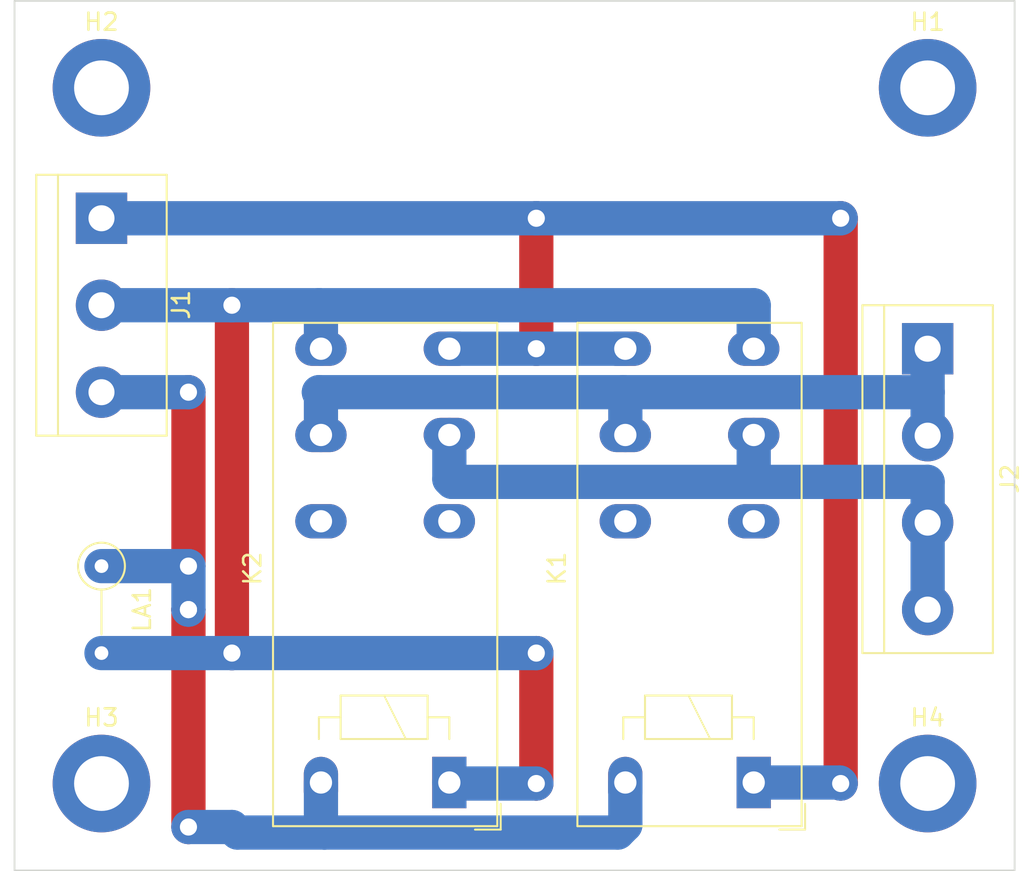
<source format=kicad_pcb>
(kicad_pcb (version 20240108) (generator "pcbnew") (generator_version "8.0")
  (layers (0 "F.Cu" signal) (31 "B.Cu" signal) (34 "B.Paste" user) (35 "F.Paste" user) (36 "B.SilkS" user "B.Silkscreen") (37 "F.SilkS" user "F.Silkscreen") (38 "B.Mask" user) (39 "F.Mask" user) (44 "Edge.Cuts" user))
  (net 0 "")
  (net 1 "/L1_OR_R3_IN")
  (net 2 "/N_IN")
  (net 3 "/E")
  (net 4 "/L1_OR_R3")
  (net 5 "/N")
  (footprint "Relay_THT:Relay_DPDT_Schrack-RT2-FormC_RM5mm" (layer "F.Cu") (at 86.36 81.22 90)
    (property "Reference" "K1" (at 12.5 -11.5 90) (layer "F.SilkS"))
    (property "Value" "RT424730")
    (fp_line (start 26.85 -10.3) (end -2.55 -10.3) (stroke (width 0.12)) (layer "F.SilkS"))
    (fp_line (start -2.55 -10.3) (end -2.55 2.8) (stroke (width 0.12)) (layer "F.SilkS"))
    (fp_line (start 3.81 -7.62) (end 2.54 -7.62) (stroke (width 0.12)) (layer "F.SilkS"))
    (fp_line (start 5.08 -6.35) (end 2.54 -6.35) (stroke (width 0.12)) (layer "F.SilkS"))
    (fp_line (start 3.81 -6.35) (end 3.81 -7.62) (stroke (width 0.12)) (layer "F.SilkS"))
    (fp_line (start 2.54 -6.35) (end 2.54 -1.27) (stroke (width 0.12)) (layer "F.SilkS"))
    (fp_line (start 2.54 -2.54) (end 5.08 -3.81) (stroke (width 0.1)) (layer "F.SilkS"))
    (fp_line (start 5.08 -1.27) (end 5.08 -6.35) (stroke (width 0.12)) (layer "F.SilkS"))
    (fp_line (start 3.81 -1.27) (end 5.08 -1.27) (stroke (width 0.12)) (layer "F.SilkS"))
    (fp_line (start 2.54 -1.27) (end 3.81 -1.27) (stroke (width 0.12)) (layer "F.SilkS"))
    (fp_line (start 3.81 0) (end 3.81 -1.27) (stroke (width 0.12)) (layer "F.SilkS"))
    (fp_line (start 2.54 0) (end 3.81 0) (stroke (width 0.12)) (layer "F.SilkS"))
    (fp_line (start -2.75 1.5) (end -2.75 3) (stroke (width 0.12)) (layer "F.SilkS"))
    (fp_line (start 26.85 2.8) (end 26.85 -10.3) (stroke (width 0.12)) (layer "F.SilkS"))
    (fp_line (start -2.55 2.8) (end 26.85 2.8) (stroke (width 0.12)) (layer "F.SilkS"))
    (fp_line (start -2.75 3) (end -1.25 3) (stroke (width 0.12)) (layer "F.SilkS"))
    (pad "11" thru_hole oval (at 20.3 0 270) (size 2 3) (drill 1.3) (layers "*.Cu" "*.Mask" "In1.Cu" "In2.Cu" "In3.Cu" "In4.Cu" "In5.Cu" "In6.Cu" "In7.Cu" "In8.Cu" "In9.Cu" "In10.Cu" "In11.Cu" "In12.Cu" "In13.Cu" "In14.Cu" "In15.Cu" "In16.Cu" "In17.Cu" "In18.Cu" "In19.Cu" "In20.Cu" "In21.Cu" "In22.Cu" "In23.Cu" "In24.Cu" "In25.Cu" "In26.Cu" "In27.Cu" "In28.Cu" "In29.Cu" "In30.Cu") (net 5 "/N"))
    (pad "12" thru_hole oval (at 15.26 0 270) (size 2 3) (drill 1.3) (layers "*.Cu" "*.Mask" "In1.Cu" "In2.Cu" "In3.Cu" "In4.Cu" "In5.Cu" "In6.Cu" "In7.Cu" "In8.Cu" "In9.Cu" "In10.Cu" "In11.Cu" "In12.Cu" "In13.Cu" "In14.Cu" "In15.Cu" "In16.Cu" "In17.Cu" "In18.Cu" "In19.Cu" "In20.Cu" "In21.Cu" "In22.Cu" "In23.Cu" "In24.Cu" "In25.Cu" "In26.Cu" "In27.Cu" "In28.Cu" "In29.Cu" "In30.Cu"))
    (pad "14" thru_hole oval (at 25.34 0 270) (size 2 3) (drill 1.3) (layers "*.Cu" "*.Mask" "In1.Cu" "In2.Cu" "In3.Cu" "In4.Cu" "In5.Cu" "In6.Cu" "In7.Cu" "In8.Cu" "In9.Cu" "In10.Cu" "In11.Cu" "In12.Cu" "In13.Cu" "In14.Cu" "In15.Cu" "In16.Cu" "In17.Cu" "In18.Cu" "In19.Cu" "In20.Cu" "In21.Cu" "In22.Cu" "In23.Cu" "In24.Cu" "In25.Cu" "In26.Cu" "In27.Cu" "In28.Cu" "In29.Cu" "In30.Cu") (net 2 "/N_IN"))
    (pad "21" thru_hole oval (at 20.3 -7.5 270) (size 2 3) (drill 1.3) (layers "*.Cu" "*.Mask" "In1.Cu" "In2.Cu" "In3.Cu" "In4.Cu" "In5.Cu" "In6.Cu" "In7.Cu" "In8.Cu" "In9.Cu" "In10.Cu" "In11.Cu" "In12.Cu" "In13.Cu" "In14.Cu" "In15.Cu" "In16.Cu" "In17.Cu" "In18.Cu" "In19.Cu" "In20.Cu" "In21.Cu" "In22.Cu" "In23.Cu" "In24.Cu" "In25.Cu" "In26.Cu" "In27.Cu" "In28.Cu" "In29.Cu" "In30.Cu") (net 4 "/L1_OR_R3"))
    (pad "22" thru_hole oval (at 15.26 -7.5 270) (size 2 3) (drill 1.3) (layers "*.Cu" "*.Mask" "In1.Cu" "In2.Cu" "In3.Cu" "In4.Cu" "In5.Cu" "In6.Cu" "In7.Cu" "In8.Cu" "In9.Cu" "In10.Cu" "In11.Cu" "In12.Cu" "In13.Cu" "In14.Cu" "In15.Cu" "In16.Cu" "In17.Cu" "In18.Cu" "In19.Cu" "In20.Cu" "In21.Cu" "In22.Cu" "In23.Cu" "In24.Cu" "In25.Cu" "In26.Cu" "In27.Cu" "In28.Cu" "In29.Cu" "In30.Cu"))
    (pad "24" thru_hole oval (at 25.34 -7.5 270) (size 2 3) (drill 1.3) (layers "*.Cu" "*.Mask" "In1.Cu" "In2.Cu" "In3.Cu" "In4.Cu" "In5.Cu" "In6.Cu" "In7.Cu" "In8.Cu" "In9.Cu" "In10.Cu" "In11.Cu" "In12.Cu" "In13.Cu" "In14.Cu" "In15.Cu" "In16.Cu" "In17.Cu" "In18.Cu" "In19.Cu" "In20.Cu" "In21.Cu" "In22.Cu" "In23.Cu" "In24.Cu" "In25.Cu" "In26.Cu" "In27.Cu" "In28.Cu" "In29.Cu" "In30.Cu") (net 1 "/L1_OR_R3_IN"))
    (pad "A1" thru_hole rect (at 0 0 270) (size 3 2) (drill 1.3) (layers "*.Cu" "*.Mask" "In1.Cu" "In2.Cu" "In3.Cu" "In4.Cu" "In5.Cu" "In6.Cu" "In7.Cu" "In8.Cu" "In9.Cu" "In10.Cu" "In11.Cu" "In12.Cu" "In13.Cu" "In14.Cu" "In15.Cu" "In16.Cu" "In17.Cu" "In18.Cu" "In19.Cu" "In20.Cu" "In21.Cu" "In22.Cu" "In23.Cu" "In24.Cu" "In25.Cu" "In26.Cu" "In27.Cu" "In28.Cu" "In29.Cu" "In30.Cu") (net 1 "/L1_OR_R3_IN"))
    (pad "A2" thru_hole oval (at 0 -7.5 270) (size 3 2) (drill 1.3) (layers "*.Cu" "*.Mask" "In1.Cu" "In2.Cu" "In3.Cu" "In4.Cu" "In5.Cu" "In6.Cu" "In7.Cu" "In8.Cu" "In9.Cu" "In10.Cu" "In11.Cu" "In12.Cu" "In13.Cu" "In14.Cu" "In15.Cu" "In16.Cu" "In17.Cu" "In18.Cu" "In19.Cu" "In20.Cu" "In21.Cu" "In22.Cu" "In23.Cu" "In24.Cu" "In25.Cu" "In26.Cu" "In27.Cu" "In28.Cu" "In29.Cu" "In30.Cu") (net 3 "/E"))
  )
  (footprint "TerminalBlock:TerminalBlock_bornier-3_P5.08mm" (layer "F.Cu") (at 48.26 48.26 -90)
    (property "Reference" "J1" (at 5.05 -4.65 90) (layer "F.SilkS"))
    (property "Value" "Screw_Terminal_01x03")
    (fp_line (start -2.54 3.81) (end 12.7 3.81) (stroke (width 0.12)) (layer "F.SilkS"))
    (fp_line (start -2.54 3.81) (end -2.54 -3.81) (stroke (width 0.12)) (layer "F.SilkS"))
    (fp_line (start 12.7 3.81) (end 12.7 -3.81) (stroke (width 0.12)) (layer "F.SilkS"))
    (fp_line (start -2.54 2.54) (end 12.7 2.54) (stroke (width 0.12)) (layer "F.SilkS"))
    (fp_line (start -2.54 -3.81) (end 12.7 -3.81) (stroke (width 0.12)) (layer "F.SilkS"))
    (pad "1" thru_hole rect (at 0 0 270) (size 3 3) (drill 1.52) (layers "*.Cu" "*.Mask" "In1.Cu" "In2.Cu" "In3.Cu" "In4.Cu" "In5.Cu" "In6.Cu" "In7.Cu" "In8.Cu" "In9.Cu" "In10.Cu" "In11.Cu" "In12.Cu" "In13.Cu" "In14.Cu" "In15.Cu" "In16.Cu" "In17.Cu" "In18.Cu" "In19.Cu" "In20.Cu" "In21.Cu" "In22.Cu" "In23.Cu" "In24.Cu" "In25.Cu" "In26.Cu" "In27.Cu" "In28.Cu" "In29.Cu" "In30.Cu") (net 1 "/L1_OR_R3_IN"))
    (pad "2" thru_hole circle (at 5.08 0 270) (size 3 3) (drill 1.52) (layers "*.Cu" "*.Mask" "In1.Cu" "In2.Cu" "In3.Cu" "In4.Cu" "In5.Cu" "In6.Cu" "In7.Cu" "In8.Cu" "In9.Cu" "In10.Cu" "In11.Cu" "In12.Cu" "In13.Cu" "In14.Cu" "In15.Cu" "In16.Cu" "In17.Cu" "In18.Cu" "In19.Cu" "In20.Cu" "In21.Cu" "In22.Cu" "In23.Cu" "In24.Cu" "In25.Cu" "In26.Cu" "In27.Cu" "In28.Cu" "In29.Cu" "In30.Cu") (net 2 "/N_IN"))
    (pad "3" thru_hole circle (at 10.16 0 270) (size 3 3) (drill 1.52) (layers "*.Cu" "*.Mask" "In1.Cu" "In2.Cu" "In3.Cu" "In4.Cu" "In5.Cu" "In6.Cu" "In7.Cu" "In8.Cu" "In9.Cu" "In10.Cu" "In11.Cu" "In12.Cu" "In13.Cu" "In14.Cu" "In15.Cu" "In16.Cu" "In17.Cu" "In18.Cu" "In19.Cu" "In20.Cu" "In21.Cu" "In22.Cu" "In23.Cu" "In24.Cu" "In25.Cu" "In26.Cu" "In27.Cu" "In28.Cu" "In29.Cu" "In30.Cu") (net 3 "/E"))
  )
  (footprint "Relay_THT:Relay_DPDT_Schrack-RT2-FormC_RM5mm" (layer "F.Cu") (at 68.58 81.22 90)
    (property "Reference" "K2" (at 12.5 -11.5 90) (layer "F.SilkS"))
    (property "Value" "RT424730")
    (fp_line (start 26.85 -10.3) (end -2.55 -10.3) (stroke (width 0.12)) (layer "F.SilkS"))
    (fp_line (start -2.55 -10.3) (end -2.55 2.8) (stroke (width 0.12)) (layer "F.SilkS"))
    (fp_line (start 3.81 -7.62) (end 2.54 -7.62) (stroke (width 0.12)) (layer "F.SilkS"))
    (fp_line (start 5.08 -6.35) (end 2.54 -6.35) (stroke (width 0.12)) (layer "F.SilkS"))
    (fp_line (start 3.81 -6.35) (end 3.81 -7.62) (stroke (width 0.12)) (layer "F.SilkS"))
    (fp_line (start 2.54 -6.35) (end 2.54 -1.27) (stroke (width 0.12)) (layer "F.SilkS"))
    (fp_line (start 2.54 -2.54) (end 5.08 -3.81) (stroke (width 0.1)) (layer "F.SilkS"))
    (fp_line (start 5.08 -1.27) (end 5.08 -6.35) (stroke (width 0.12)) (layer "F.SilkS"))
    (fp_line (start 3.81 -1.27) (end 5.08 -1.27) (stroke (width 0.12)) (layer "F.SilkS"))
    (fp_line (start 2.54 -1.27) (end 3.81 -1.27) (stroke (width 0.12)) (layer "F.SilkS"))
    (fp_line (start 3.81 0) (end 3.81 -1.27) (stroke (width 0.12)) (layer "F.SilkS"))
    (fp_line (start 2.54 0) (end 3.81 0) (stroke (width 0.12)) (layer "F.SilkS"))
    (fp_line (start -2.75 1.5) (end -2.75 3) (stroke (width 0.12)) (layer "F.SilkS"))
    (fp_line (start 26.85 2.8) (end 26.85 -10.3) (stroke (width 0.12)) (layer "F.SilkS"))
    (fp_line (start -2.55 2.8) (end 26.85 2.8) (stroke (width 0.12)) (layer "F.SilkS"))
    (fp_line (start -2.75 3) (end -1.25 3) (stroke (width 0.12)) (layer "F.SilkS"))
    (pad "11" thru_hole oval (at 20.3 0 270) (size 2 3) (drill 1.3) (layers "*.Cu" "*.Mask" "In1.Cu" "In2.Cu" "In3.Cu" "In4.Cu" "In5.Cu" "In6.Cu" "In7.Cu" "In8.Cu" "In9.Cu" "In10.Cu" "In11.Cu" "In12.Cu" "In13.Cu" "In14.Cu" "In15.Cu" "In16.Cu" "In17.Cu" "In18.Cu" "In19.Cu" "In20.Cu" "In21.Cu" "In22.Cu" "In23.Cu" "In24.Cu" "In25.Cu" "In26.Cu" "In27.Cu" "In28.Cu" "In29.Cu" "In30.Cu") (net 5 "/N"))
    (pad "12" thru_hole oval (at 15.26 0 270) (size 2 3) (drill 1.3) (layers "*.Cu" "*.Mask" "In1.Cu" "In2.Cu" "In3.Cu" "In4.Cu" "In5.Cu" "In6.Cu" "In7.Cu" "In8.Cu" "In9.Cu" "In10.Cu" "In11.Cu" "In12.Cu" "In13.Cu" "In14.Cu" "In15.Cu" "In16.Cu" "In17.Cu" "In18.Cu" "In19.Cu" "In20.Cu" "In21.Cu" "In22.Cu" "In23.Cu" "In24.Cu" "In25.Cu" "In26.Cu" "In27.Cu" "In28.Cu" "In29.Cu" "In30.Cu"))
    (pad "14" thru_hole oval (at 25.34 0 270) (size 2 3) (drill 1.3) (layers "*.Cu" "*.Mask" "In1.Cu" "In2.Cu" "In3.Cu" "In4.Cu" "In5.Cu" "In6.Cu" "In7.Cu" "In8.Cu" "In9.Cu" "In10.Cu" "In11.Cu" "In12.Cu" "In13.Cu" "In14.Cu" "In15.Cu" "In16.Cu" "In17.Cu" "In18.Cu" "In19.Cu" "In20.Cu" "In21.Cu" "In22.Cu" "In23.Cu" "In24.Cu" "In25.Cu" "In26.Cu" "In27.Cu" "In28.Cu" "In29.Cu" "In30.Cu") (net 1 "/L1_OR_R3_IN"))
    (pad "21" thru_hole oval (at 20.3 -7.5 270) (size 2 3) (drill 1.3) (layers "*.Cu" "*.Mask" "In1.Cu" "In2.Cu" "In3.Cu" "In4.Cu" "In5.Cu" "In6.Cu" "In7.Cu" "In8.Cu" "In9.Cu" "In10.Cu" "In11.Cu" "In12.Cu" "In13.Cu" "In14.Cu" "In15.Cu" "In16.Cu" "In17.Cu" "In18.Cu" "In19.Cu" "In20.Cu" "In21.Cu" "In22.Cu" "In23.Cu" "In24.Cu" "In25.Cu" "In26.Cu" "In27.Cu" "In28.Cu" "In29.Cu" "In30.Cu") (net 4 "/L1_OR_R3"))
    (pad "22" thru_hole oval (at 15.26 -7.5 270) (size 2 3) (drill 1.3) (layers "*.Cu" "*.Mask" "In1.Cu" "In2.Cu" "In3.Cu" "In4.Cu" "In5.Cu" "In6.Cu" "In7.Cu" "In8.Cu" "In9.Cu" "In10.Cu" "In11.Cu" "In12.Cu" "In13.Cu" "In14.Cu" "In15.Cu" "In16.Cu" "In17.Cu" "In18.Cu" "In19.Cu" "In20.Cu" "In21.Cu" "In22.Cu" "In23.Cu" "In24.Cu" "In25.Cu" "In26.Cu" "In27.Cu" "In28.Cu" "In29.Cu" "In30.Cu"))
    (pad "24" thru_hole oval (at 25.34 -7.5 270) (size 2 3) (drill 1.3) (layers "*.Cu" "*.Mask" "In1.Cu" "In2.Cu" "In3.Cu" "In4.Cu" "In5.Cu" "In6.Cu" "In7.Cu" "In8.Cu" "In9.Cu" "In10.Cu" "In11.Cu" "In12.Cu" "In13.Cu" "In14.Cu" "In15.Cu" "In16.Cu" "In17.Cu" "In18.Cu" "In19.Cu" "In20.Cu" "In21.Cu" "In22.Cu" "In23.Cu" "In24.Cu" "In25.Cu" "In26.Cu" "In27.Cu" "In28.Cu" "In29.Cu" "In30.Cu") (net 2 "/N_IN"))
    (pad "A1" thru_hole rect (at 0 0 270) (size 3 2) (drill 1.3) (layers "*.Cu" "*.Mask" "In1.Cu" "In2.Cu" "In3.Cu" "In4.Cu" "In5.Cu" "In6.Cu" "In7.Cu" "In8.Cu" "In9.Cu" "In10.Cu" "In11.Cu" "In12.Cu" "In13.Cu" "In14.Cu" "In15.Cu" "In16.Cu" "In17.Cu" "In18.Cu" "In19.Cu" "In20.Cu" "In21.Cu" "In22.Cu" "In23.Cu" "In24.Cu" "In25.Cu" "In26.Cu" "In27.Cu" "In28.Cu" "In29.Cu" "In30.Cu") (net 2 "/N_IN"))
    (pad "A2" thru_hole oval (at 0 -7.5 270) (size 3 2) (drill 1.3) (layers "*.Cu" "*.Mask" "In1.Cu" "In2.Cu" "In3.Cu" "In4.Cu" "In5.Cu" "In6.Cu" "In7.Cu" "In8.Cu" "In9.Cu" "In10.Cu" "In11.Cu" "In12.Cu" "In13.Cu" "In14.Cu" "In15.Cu" "In16.Cu" "In17.Cu" "In18.Cu" "In19.Cu" "In20.Cu" "In21.Cu" "In22.Cu" "In23.Cu" "In24.Cu" "In25.Cu" "In26.Cu" "In27.Cu" "In28.Cu" "In29.Cu" "In30.Cu") (net 3 "/E"))
  )
  (footprint "MountingHole:MountingHole_3.2mm_M3_ISO7380_Pad" (layer "F.Cu") (at 96.52 81.28)
    (property "Reference" "H4" (at 0 -3.85 0) (layer "F.SilkS"))
    (property "Value" "MountingHole")
    (pad "1" thru_hole circle (at 0 0) (size 5.7 5.7) (drill 3.2) (layers "*.Cu" "*.Mask" "In1.Cu" "In2.Cu" "In3.Cu" "In4.Cu" "In5.Cu" "In6.Cu" "In7.Cu" "In8.Cu" "In9.Cu" "In10.Cu" "In11.Cu" "In12.Cu" "In13.Cu" "In14.Cu" "In15.Cu" "In16.Cu" "In17.Cu" "In18.Cu" "In19.Cu" "In20.Cu" "In21.Cu" "In22.Cu" "In23.Cu" "In24.Cu" "In25.Cu" "In26.Cu" "In27.Cu" "In28.Cu" "In29.Cu" "In30.Cu"))
  )
  (footprint "MountingHole:MountingHole_3.2mm_M3_ISO7380_Pad" (layer "F.Cu") (at 96.52 40.64)
    (property "Reference" "H1" (at 0 -3.85 0) (layer "F.SilkS"))
    (property "Value" "MountingHole")
    (pad "1" thru_hole circle (at 0 0) (size 5.7 5.7) (drill 3.2) (layers "*.Cu" "*.Mask" "In1.Cu" "In2.Cu" "In3.Cu" "In4.Cu" "In5.Cu" "In6.Cu" "In7.Cu" "In8.Cu" "In9.Cu" "In10.Cu" "In11.Cu" "In12.Cu" "In13.Cu" "In14.Cu" "In15.Cu" "In16.Cu" "In17.Cu" "In18.Cu" "In19.Cu" "In20.Cu" "In21.Cu" "In22.Cu" "In23.Cu" "In24.Cu" "In25.Cu" "In26.Cu" "In27.Cu" "In28.Cu" "In29.Cu" "In30.Cu"))
  )
  (footprint "MountingHole:MountingHole_3.2mm_M3_ISO7380_Pad" (layer "F.Cu") (at 48.26 40.64)
    (property "Reference" "H2" (at 0 -3.85 0) (layer "F.SilkS"))
    (property "Value" "MountingHole")
    (pad "1" thru_hole circle (at 0 0) (size 5.7 5.7) (drill 3.2) (layers "*.Cu" "*.Mask" "In1.Cu" "In2.Cu" "In3.Cu" "In4.Cu" "In5.Cu" "In6.Cu" "In7.Cu" "In8.Cu" "In9.Cu" "In10.Cu" "In11.Cu" "In12.Cu" "In13.Cu" "In14.Cu" "In15.Cu" "In16.Cu" "In17.Cu" "In18.Cu" "In19.Cu" "In20.Cu" "In21.Cu" "In22.Cu" "In23.Cu" "In24.Cu" "In25.Cu" "In26.Cu" "In27.Cu" "In28.Cu" "In29.Cu" "In30.Cu"))
  )
  (footprint "TerminalBlock:TerminalBlock_bornier-4_P5.08mm" (layer "F.Cu") (at 96.52 55.88 -90)
    (property "Reference" "J2" (at 7.6 -4.8 90) (layer "F.SilkS"))
    (property "Value" "Screw_Terminal_01x04")
    (fp_line (start -2.54 3.81) (end 17.78 3.81) (stroke (width 0.12)) (layer "F.SilkS"))
    (fp_line (start 17.78 3.81) (end 17.78 -3.81) (stroke (width 0.12)) (layer "F.SilkS"))
    (fp_line (start 17.78 2.54) (end -2.54 2.54) (stroke (width 0.12)) (layer "F.SilkS"))
    (fp_line (start -2.54 -3.81) (end -2.54 3.81) (stroke (width 0.12)) (layer "F.SilkS"))
    (fp_line (start -2.54 -3.81) (end 17.78 -3.81) (stroke (width 0.12)) (layer "F.SilkS"))
    (pad "1" thru_hole rect (at 0 0 270) (size 3 3) (drill 1.52) (layers "*.Cu" "*.Mask" "In1.Cu" "In2.Cu" "In3.Cu" "In4.Cu" "In5.Cu" "In6.Cu" "In7.Cu" "In8.Cu" "In9.Cu" "In10.Cu" "In11.Cu" "In12.Cu" "In13.Cu" "In14.Cu" "In15.Cu" "In16.Cu" "In17.Cu" "In18.Cu" "In19.Cu" "In20.Cu" "In21.Cu" "In22.Cu" "In23.Cu" "In24.Cu" "In25.Cu" "In26.Cu" "In27.Cu" "In28.Cu" "In29.Cu" "In30.Cu") (net 4 "/L1_OR_R3"))
    (pad "2" thru_hole circle (at 5.08 0 270) (size 3 3) (drill 1.52) (layers "*.Cu" "*.Mask" "In1.Cu" "In2.Cu" "In3.Cu" "In4.Cu" "In5.Cu" "In6.Cu" "In7.Cu" "In8.Cu" "In9.Cu" "In10.Cu" "In11.Cu" "In12.Cu" "In13.Cu" "In14.Cu" "In15.Cu" "In16.Cu" "In17.Cu" "In18.Cu" "In19.Cu" "In20.Cu" "In21.Cu" "In22.Cu" "In23.Cu" "In24.Cu" "In25.Cu" "In26.Cu" "In27.Cu" "In28.Cu" "In29.Cu" "In30.Cu") (net 4 "/L1_OR_R3"))
    (pad "3" thru_hole circle (at 10.16 0 270) (size 3 3) (drill 1.52) (layers "*.Cu" "*.Mask" "In1.Cu" "In2.Cu" "In3.Cu" "In4.Cu" "In5.Cu" "In6.Cu" "In7.Cu" "In8.Cu" "In9.Cu" "In10.Cu" "In11.Cu" "In12.Cu" "In13.Cu" "In14.Cu" "In15.Cu" "In16.Cu" "In17.Cu" "In18.Cu" "In19.Cu" "In20.Cu" "In21.Cu" "In22.Cu" "In23.Cu" "In24.Cu" "In25.Cu" "In26.Cu" "In27.Cu" "In28.Cu" "In29.Cu" "In30.Cu") (net 5 "/N"))
    (pad "4" thru_hole circle (at 15.24 0 270) (size 3 3) (drill 1.52) (layers "*.Cu" "*.Mask" "In1.Cu" "In2.Cu" "In3.Cu" "In4.Cu" "In5.Cu" "In6.Cu" "In7.Cu" "In8.Cu" "In9.Cu" "In10.Cu" "In11.Cu" "In12.Cu" "In13.Cu" "In14.Cu" "In15.Cu" "In16.Cu" "In17.Cu" "In18.Cu" "In19.Cu" "In20.Cu" "In21.Cu" "In22.Cu" "In23.Cu" "In24.Cu" "In25.Cu" "In26.Cu" "In27.Cu" "In28.Cu" "In29.Cu" "In30.Cu") (net 5 "/N"))
  )
  (footprint "MountingHole:MountingHole_3.2mm_M3_ISO7380_Pad" (layer "F.Cu") (at 48.26 81.28)
    (property "Reference" "H3" (at 0 -3.85 0) (layer "F.SilkS"))
    (property "Value" "MountingHole")
    (pad "1" thru_hole circle (at 0 0) (size 5.7 5.7) (drill 3.2) (layers "*.Cu" "*.Mask" "In1.Cu" "In2.Cu" "In3.Cu" "In4.Cu" "In5.Cu" "In6.Cu" "In7.Cu" "In8.Cu" "In9.Cu" "In10.Cu" "In11.Cu" "In12.Cu" "In13.Cu" "In14.Cu" "In15.Cu" "In16.Cu" "In17.Cu" "In18.Cu" "In19.Cu" "In20.Cu" "In21.Cu" "In22.Cu" "In23.Cu" "In24.Cu" "In25.Cu" "In26.Cu" "In27.Cu" "In28.Cu" "In29.Cu" "In30.Cu"))
  )
  (footprint "For_Rasterboard:R_Axial_DIN0207_L6.3mm_D2.5mm_P5.08mm_Vertical" (layer "F.Cu") (at 48.26 68.58 -90)
    (property "Reference" "LA1" (at 2.54 -2.37 90) (layer "F.SilkS"))
    (property "Value" "Lamp")
    (fp_line (start 1.37 0) (end 3.98 0) (stroke (width 0.12)) (layer "F.SilkS"))
    (fp_circle (center 0 0) (end 1.37 0) (stroke (width 0.12)) (fill none) (layer "F.SilkS"))
    (pad "1" thru_hole circle (at 0 0 270) (size 1.6 1.6) (drill 0.8) (layers "*.Cu" "*.Mask" "In1.Cu" "In2.Cu" "In3.Cu" "In4.Cu" "In5.Cu" "In6.Cu" "In7.Cu" "In8.Cu" "In9.Cu" "In10.Cu" "In11.Cu" "In12.Cu" "In13.Cu" "In14.Cu" "In15.Cu" "In16.Cu" "In17.Cu" "In18.Cu" "In19.Cu" "In20.Cu" "In21.Cu" "In22.Cu" "In23.Cu" "In24.Cu" "In25.Cu" "In26.Cu" "In27.Cu" "In28.Cu" "In29.Cu" "In30.Cu") (net 3 "/E"))
    (pad "2" thru_hole oval (at 5.08 0 270) (size 1.6 1.6) (drill 0.8) (layers "*.Cu" "*.Mask" "In1.Cu" "In2.Cu" "In3.Cu" "In4.Cu" "In5.Cu" "In6.Cu" "In7.Cu" "In8.Cu" "In9.Cu" "In10.Cu" "In11.Cu" "In12.Cu" "In13.Cu" "In14.Cu" "In15.Cu" "In16.Cu" "In17.Cu" "In18.Cu" "In19.Cu" "In20.Cu" "In21.Cu" "In22.Cu" "In23.Cu" "In24.Cu" "In25.Cu" "In26.Cu" "In27.Cu" "In28.Cu" "In29.Cu" "In30.Cu") (net 2 "/N_IN"))
  )
  (gr_rect (start 43.18 35.56) (end 101.6 86.36) (stroke (width 0.1)) (fill none) (layer "Edge.Cuts"))
  (segment (start 73.66 55.88) (end 73.66 48.26) (width 2) (layer "F.Cu") (net 1))
  (segment (start 91.44 81.28) (end 91.44 48.26) (width 2) (layer "F.Cu") (net 1))
  (via (at 91.44 48.26) (size 2) (drill 1) (layers "F.Cu" "B.Cu") (net 1))
  (via (at 91.44 81.28) (size 2) (drill 1) (layers "F.Cu" "B.Cu") (net 1))
  (via (at 73.66 48.26) (size 2) (drill 1) (layers "F.Cu" "B.Cu") (net 1))
  (via (at 73.66 55.88) (size 2) (drill 1) (layers "F.Cu" "B.Cu") (net 1))
  (segment (start 86.36 81.22) (end 91.38 81.22) (width 2) (layer "B.Cu") (net 1))
  (segment (start 91.44 48.26) (end 73.66 48.26) (width 2) (layer "B.Cu") (net 1))
  (segment (start 91.38 81.22) (end 91.44 81.28) (width 2) (layer "B.Cu") (net 1))
  (segment (start 73.66 48.26) (end 48.26 48.26) (width 2) (layer "B.Cu") (net 1))
  (segment (start 78.86 55.88) (end 68.58 55.88) (width 2) (layer "B.Cu") (net 1))
  (segment (start 55.88 53.34) (end 55.88 73.66) (width 2) (layer "F.Cu") (net 2))
  (segment (start 73.66 73.66) (end 73.66 81.28) (width 2) (layer "F.Cu") (net 2))
  (via (at 55.88 73.66) (size 2) (drill 1) (layers "F.Cu" "B.Cu") (net 2))
  (via (at 73.66 73.66) (size 2) (drill 1) (layers "F.Cu" "B.Cu") (net 2))
  (via (at 55.88 53.34) (size 2) (drill 1) (layers "F.Cu" "B.Cu") (net 2))
  (via (at 73.66 81.28) (size 2) (drill 1) (layers "F.Cu" "B.Cu") (net 2))
  (segment (start 60.96 53.34) (end 86.36 53.34) (width 2) (layer "B.Cu") (net 2))
  (segment (start 61.08 55.88) (end 61.08 53.46) (width 2) (layer "B.Cu") (net 2))
  (segment (start 86.36 53.34) (end 86.36 55.88) (width 2) (layer "B.Cu") (net 2))
  (segment (start 55.88 73.66) (end 73.66 73.66) (width 2) (layer "B.Cu") (net 2))
  (segment (start 60.96 53.34) (end 48.26 53.34) (width 2) (layer "B.Cu") (net 2))
  (segment (start 73.66 81.28) (end 68.64 81.28) (width 2) (layer "B.Cu") (net 2))
  (segment (start 61.08 53.46) (end 60.96 53.34) (width 2) (layer "B.Cu") (net 2))
  (segment (start 55.88 73.66) (end 48.26 73.66) (width 2) (layer "B.Cu") (net 2))
  (segment (start 68.64 81.28) (end 68.58 81.22) (width 2) (layer "B.Cu") (net 2))
  (segment (start 53.34 71.12) (end 53.34 83.82) (width 2) (layer "F.Cu") (net 3))
  (segment (start 53.34 58.42) (end 53.34 68.58) (width 2) (layer "F.Cu") (net 3))
  (via (at 53.34 71.12) (size 2) (drill 1) (layers "F.Cu" "B.Cu") (net 3))
  (via (at 53.34 71.12) (size 2) (drill 1) (layers "F.Cu" "B.Cu") (net 3))
  (via (at 53.34 58.42) (size 2) (drill 1) (layers "F.Cu" "B.Cu") (net 3))
  (via (at 53.34 68.58) (size 2) (drill 1) (layers "F.Cu" "B.Cu") (net 3))
  (via (at 53.34 83.82) (size 2) (drill 1) (layers "F.Cu" "B.Cu") (net 3))
  (segment (start 55.88 83.82) (end 56.203783 84.143783) (width 2) (layer "B.Cu") (net 3))
  (segment (start 56.203783 84.143783) (end 61.283783 84.143783) (width 2) (layer "B.Cu") (net 3))
  (segment (start 78.86 83.7) (end 78.86 81.22) (width 2) (layer "B.Cu") (net 3))
  (segment (start 55.88 83.82) (end 53.34 83.82) (width 2) (layer "B.Cu") (net 3))
  (segment (start 53.34 58.42) (end 48.26 58.42) (width 2) (layer "B.Cu") (net 3))
  (segment (start 78.416217 84.143783) (end 78.86 83.7) (width 2) (layer "B.Cu") (net 3))
  (segment (start 61.283783 84.143783) (end 78.416217 84.143783) (width 2) (layer "B.Cu") (net 3))
  (segment (start 61.08 81.22) (end 61.08 83.94) (width 2) (layer "B.Cu") (net 3))
  (segment (start 53.34 68.58) (end 53.34 71.12) (width 2) (layer "B.Cu") (net 3))
  (segment (start 61.08 83.94) (end 61.283783 84.143783) (width 2) (layer "B.Cu") (net 3))
  (segment (start 53.34 68.58) (end 48.26 68.58) (width 2) (layer "B.Cu") (net 3))
  (segment (start 96.52 58.42) (end 96.52 55.88) (width 2) (layer "B.Cu") (net 4))
  (segment (start 96.52 58.42) (end 96.52 60.96) (width 2) (layer "B.Cu") (net 4))
  (segment (start 78.86 60.92) (end 78.86 58.54) (width 2) (layer "B.Cu") (net 4))
  (segment (start 78.74 58.42) (end 96.52 58.42) (width 2) (layer "B.Cu") (net 4))
  (segment (start 78.86 58.54) (end 78.74 58.42) (width 2) (layer "B.Cu") (net 4))
  (segment (start 60.96 58.42) (end 78.74 58.42) (width 2) (layer "B.Cu") (net 4))
  (segment (start 61.08 58.54) (end 60.96 58.42) (width 2) (layer "B.Cu") (net 4))
  (segment (start 61.08 60.92) (end 61.08 58.54) (width 2) (layer "B.Cu") (net 4))
  (segment (start 86.52 63.66) (end 96.52 63.66) (width 2) (layer "B.Cu") (net 5))
  (segment (start 86.36 60.92) (end 86.36 63.5) (width 2) (layer "B.Cu") (net 5))
  (segment (start 86.36 63.5) (end 86.52 63.66) (width 2) (layer "B.Cu") (net 5))
  (segment (start 68.58 63.5) (end 68.74 63.66) (width 2) (layer "B.Cu") (net 5))
  (segment (start 68.58 60.92) (end 68.58 63.5) (width 2) (layer "B.Cu") (net 5))
  (segment (start 96.52 63.66) (end 96.52 71.12) (width 2) (layer "B.Cu") (net 5))
  (segment (start 68.74 63.66) (end 86.52 63.66) (width 2) (layer "B.Cu") (net 5))
)
</source>
